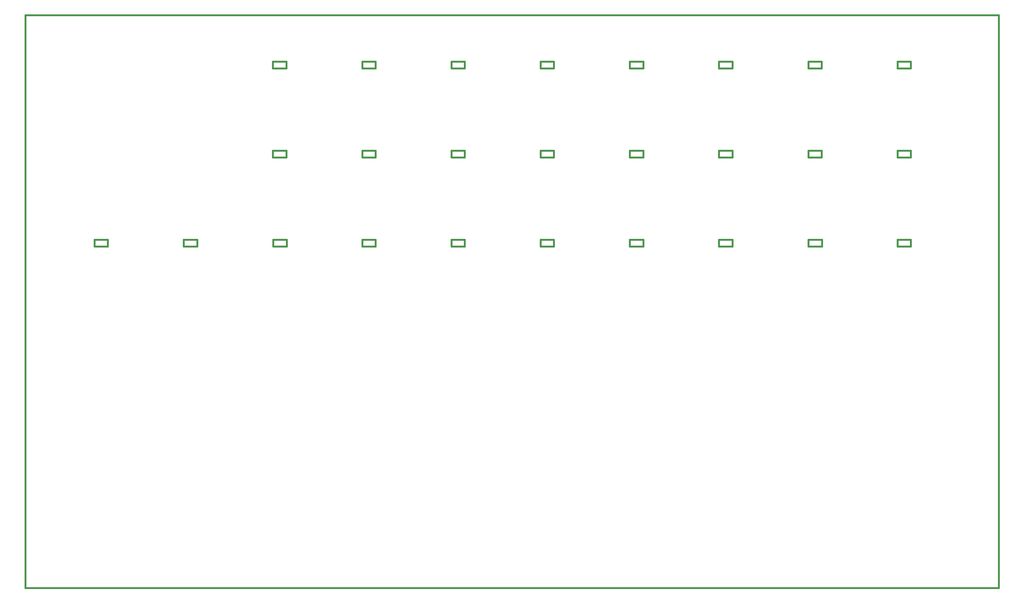
<source format=gko>
%FSLAX33Y33*%
%MOMM*%
%ADD10C,0.381*%
D10*
%LNpath-145*%
G01*
X0Y0D02*
X218200Y0D01*
X218200Y128500*
X0Y128500*
X0Y0*
X175500Y96595D02*
X178500Y96595D01*
X178500Y98095*
X175500Y98095*
X175500Y96595*
X95499Y116594D02*
X98499Y116594D01*
X98499Y118094*
X95499Y118094*
X95499Y116594*
X135499Y96595D02*
X138499Y96595D01*
X138499Y98095*
X135499Y98095*
X135499Y96595*
X15500Y76595D02*
X18500Y76595D01*
X18500Y78095*
X15500Y78095*
X15500Y76595*
X55571Y76595D02*
X58571Y76595D01*
X58571Y78095*
X55571Y78095*
X55571Y76595*
X75500Y116594D02*
X78500Y116594D01*
X78500Y118094*
X75500Y118094*
X75500Y116594*
X155499Y76595D02*
X158499Y76595D01*
X158499Y78095*
X155499Y78095*
X155499Y76595*
X95499Y76595D02*
X98499Y76595D01*
X98499Y78095*
X95499Y78095*
X95499Y76595*
X175549Y76600D02*
X178549Y76600D01*
X178549Y78100*
X175549Y78100*
X175549Y76600*
X35500Y76595D02*
X38500Y76595D01*
X38500Y78095*
X35500Y78095*
X35500Y76595*
X175500Y116594D02*
X178500Y116594D01*
X178500Y118094*
X175500Y118094*
X175500Y116594*
X115500Y96595D02*
X118500Y96595D01*
X118500Y98095*
X115500Y98095*
X115500Y96595*
X75500Y76595D02*
X78500Y76595D01*
X78500Y78095*
X75500Y78095*
X75500Y76595*
X195500Y76595D02*
X198500Y76595D01*
X198500Y78095*
X195500Y78095*
X195500Y76595*
X155499Y116594D02*
X158499Y116594D01*
X158499Y118094*
X155499Y118094*
X155499Y116594*
X195500Y116594D02*
X198500Y116594D01*
X198500Y118094*
X195500Y118094*
X195500Y116594*
X95499Y96595D02*
X98499Y96595D01*
X98499Y98095*
X95499Y98095*
X95499Y96595*
X55500Y116594D02*
X58500Y116594D01*
X58500Y118094*
X55500Y118094*
X55500Y116594*
X135499Y76595D02*
X138499Y76595D01*
X138499Y78095*
X135499Y78095*
X135499Y76595*
X75500Y96595D02*
X78500Y96595D01*
X78500Y98095*
X75500Y98095*
X75500Y96595*
X155499Y96595D02*
X158499Y96595D01*
X158499Y98095*
X155499Y98095*
X155499Y96595*
X115500Y76595D02*
X118500Y76595D01*
X118500Y78095*
X115500Y78095*
X115500Y76595*
X55500Y96595D02*
X58500Y96595D01*
X58500Y98095*
X55500Y98095*
X55500Y96595*
X195500Y96595D02*
X198500Y96595D01*
X198500Y98095*
X195500Y98095*
X195500Y96595*
X115500Y116594D02*
X118500Y116594D01*
X118500Y118094*
X115500Y118094*
X115500Y116594*
X135499Y116594D02*
X138499Y116594D01*
X138499Y118094*
X135499Y118094*
X135499Y116594*
%LNmechanical details_traces*%
M02*
</source>
